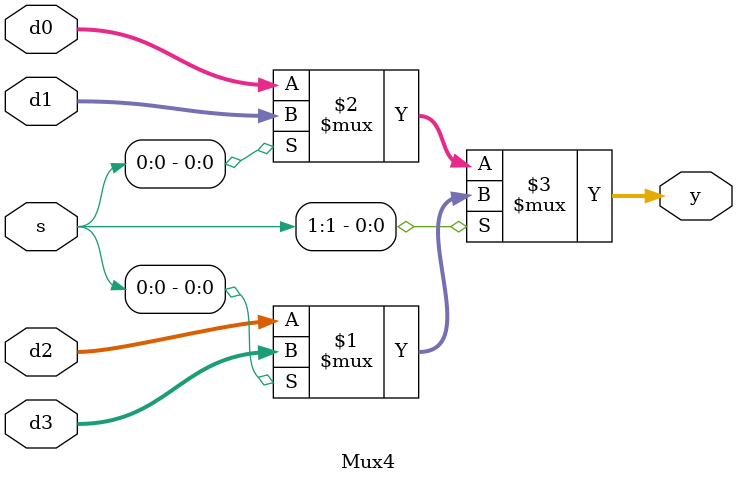
<source format=sv>
module Mux4(
input logic [3:0] d0, d1, d2, d3,
input logic [1:0] s,
output logic [3:0] y);
assign y = s[1] ?
(s[0] ? d3 : d2):
(s[0] ? d1 : d0);
endmodule
</source>
